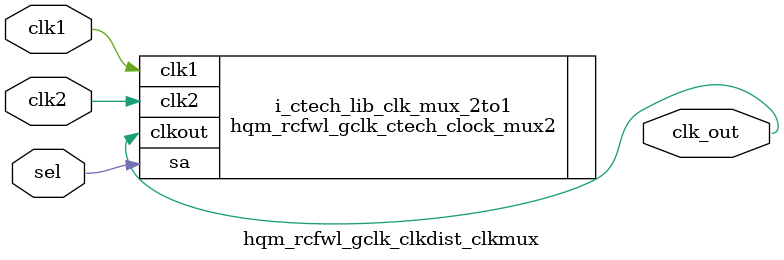
<source format=sv>

module hqm_rcfwl_gclk_clkdist_clkmux 
                 
		 (
	    input  logic  clk1 ,
	    input  logic  clk2, 			  
	    input  logic  sel,
	    output logic  clk_out
	         );



hqm_rcfwl_gclk_ctech_clock_mux2 i_ctech_lib_clk_mux_2to1 (
              .clk1 (clk1),
              .clk2 (clk2),
              .sa (sel),
              .clkout (clk_out)
	      );


endmodule 

</source>
